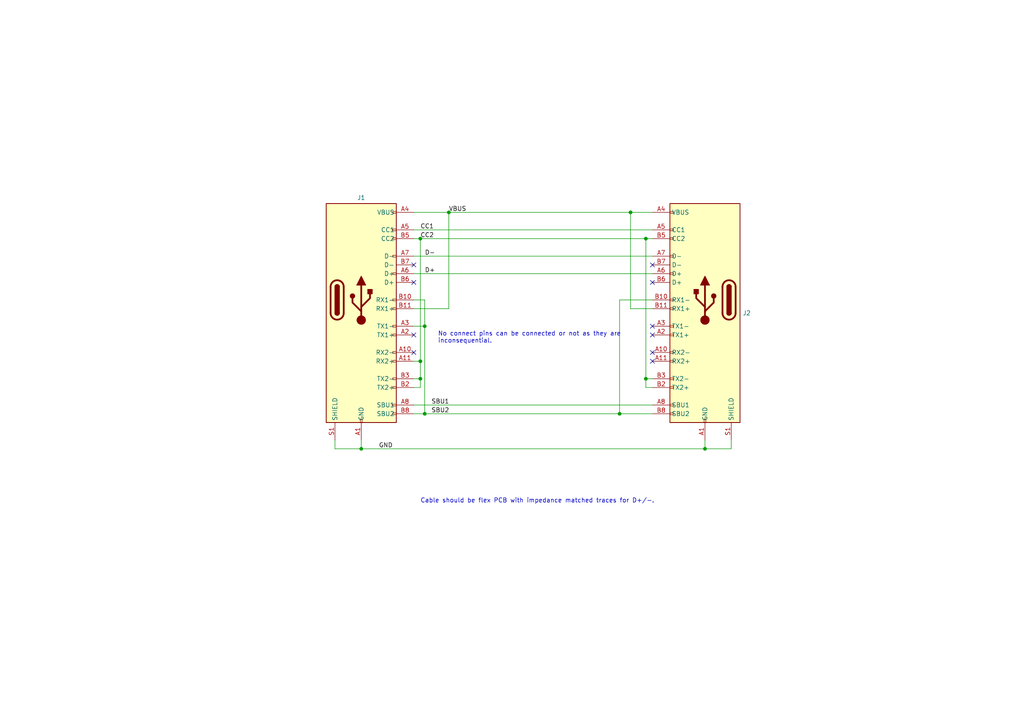
<source format=kicad_sch>
(kicad_sch (version 20230121) (generator eeschema)
  (paper "A4")
  (title_block (title "Eagle1 USB-C cable for Tycho") (date "${DATE}") (rev "${VERSION}") (company "Copyright 2023 Great Scott Gadgets") (comment 1 "Licensed under the CERN-OHL-P v2"))
  (lib_symbols
    (symbol "eagle1:USB-C_test"
      (property "Reference" "J" (at 0 0 0))
      (symbol "USB-C_test_0_0"
        (rectangle (start -0.254 -27.94) (end 0.254 -26.924))
        (rectangle (start 10.16 -25.146) (end 9.144 -25.654))
        (rectangle (start 10.16 -22.606) (end 9.144 -23.114))
        (rectangle (start 10.16 -17.526) (end 9.144 -18.034))
        (rectangle (start 10.16 -14.986) (end 9.144 -15.494))
        (rectangle (start 10.16 -9.906) (end 9.144 -10.414))
        (rectangle (start 10.16 -7.366) (end 9.144 -7.874))
        (rectangle (start 10.16 -2.286) (end 9.144 -2.794))
        (rectangle (start 10.16 0.254) (end 9.144 -0.254))
        (rectangle (start 10.16 5.334) (end 9.144 4.826))
        (rectangle (start 10.16 7.874) (end 9.144 7.366))
        (rectangle (start 10.16 15.494) (end 9.144 14.986))
        (rectangle (start 10.16 20.574) (end 9.144 20.066))
        (rectangle (start 10.16 25.654) (end 9.144 25.146))
        (rectangle (start 10.16 28.194) (end 9.144 27.686))
        (rectangle (start 10.16 33.274) (end 9.144 32.766))
      )
      (symbol "USB-C_test_0_1"
        (rectangle (start -10.16 35.56) (end 10.16 -27.94) (stroke (width 0.254)) (fill (type background)))
        (arc (start -8.89 3.81) (mid -6.985 1.9133) (end -5.08 3.81) (stroke (width 0.508)))
        (arc (start -7.62 3.81) (mid -6.985 3.1777) (end -6.35 3.81) (stroke (width 0.254)))
        (arc (start -7.62 3.81) (mid -6.985 3.1777) (end -6.35 3.81) (stroke (width 0.254)) (fill (type outline)))
        (rectangle (start -7.62 3.81) (end -6.35 11.43) (stroke (width 0.254)) (fill (type outline)))
        (arc (start -6.35 11.43) (mid -6.985 12.0623) (end -7.62 11.43) (stroke (width 0.254)))
        (arc (start -6.35 11.43) (mid -6.985 12.0623) (end -7.62 11.43) (stroke (width 0.254)) (fill (type outline)))
        (arc (start -5.08 11.43) (mid -6.985 13.3267) (end -8.89 11.43) (stroke (width 0.508)))
        (polyline (pts (xy -8.89 3.81) (xy -8.89 11.43)) (stroke (width 0.508)))
        (polyline (pts (xy -5.08 11.43) (xy -5.08 3.81)) (stroke (width 0.508)))
      )
      (symbol "USB-C_test_1_0"
        (pin passive line (at 15.24 12.7 180) (length 5.08) (name "D+") (number "B6"))
        (pin passive line (at 15.24 17.78 180) (length 5.08) (name "D-") (number "B7"))
      )
      (symbol "USB-C_test_1_1"
        (circle (center -2.54 8.763) (radius 0.635) (stroke (width 0.254)) (fill (type outline)))
        (polyline (pts (xy 0 1.778) (xy 0 11.938)) (stroke (width 0.508)))
        (polyline (pts (xy 0 4.318) (xy -2.54 6.858) (xy -2.54 8.128)) (stroke (width 0.508)))
        (polyline (pts (xy 0 5.588) (xy 2.54 8.128) (xy 2.54 9.398)) (stroke (width 0.508)))
        (polyline (pts (xy -1.27 11.938) (xy 0 14.478) (xy 1.27 11.938) (xy -1.27 11.938)) (stroke (width 0.254)) (fill (type outline)))
        (circle (center 0 1.778) (radius 1.27) (fill (type outline)))
        (rectangle (start 1.905 9.398) (end 3.175 10.668) (stroke (width 0.254)) (fill (type outline)))
        (pin passive line (at 0 -33.02 90) (length 5.08) (name "GND") (number "A1"))
        (pin bidirectional line (at 15.24 -7.62 180) (length 5.08) (name "RX2-") (number "A10"))
        (pin bidirectional line (at 15.24 -10.16 180) (length 5.08) (name "RX2+") (number "A11"))
        (pin passive line (at 0 -33.02 90) (length 5.08) hide (name "GND") (number "A12"))
        (pin bidirectional line (at 15.24 -2.54 180) (length 5.08) (name "TX1+") (number "A2"))
        (pin bidirectional line (at 15.24 0 180) (length 5.08) (name "TX1-") (number "A3"))
        (pin passive line (at 15.24 33.02 180) (length 5.08) (name "VBUS") (number "A4"))
        (pin bidirectional line (at 15.24 27.94 180) (length 5.08) (name "CC1") (number "A5"))
        (pin passive line (at 15.24 15.24 180) (length 5.08) (name "D+") (number "A6"))
        (pin passive line (at 15.24 20.32 180) (length 5.08) (name "D-") (number "A7"))
        (pin bidirectional line (at 15.24 -22.86 180) (length 5.08) (name "SBU1") (number "A8"))
        (pin passive line (at 15.24 33.02 180) (length 5.08) hide (name "VBUS") (number "A9"))
        (pin passive line (at 0 -33.02 90) (length 5.08) hide (name "GND") (number "B1"))
        (pin bidirectional line (at 15.24 7.62 180) (length 5.08) (name "RX1-") (number "B10"))
        (pin bidirectional line (at 15.24 5.08 180) (length 5.08) (name "RX1+") (number "B11"))
        (pin passive line (at 0 -33.02 90) (length 5.08) hide (name "GND") (number "B12"))
        (pin bidirectional line (at 15.24 -17.78 180) (length 5.08) (name "TX2+") (number "B2"))
        (pin bidirectional line (at 15.24 -15.24 180) (length 5.08) (name "TX2-") (number "B3"))
        (pin passive line (at 15.24 33.02 180) (length 5.08) hide (name "VBUS") (number "B4"))
        (pin bidirectional line (at 15.24 25.4 180) (length 5.08) (name "CC2") (number "B5"))
        (pin bidirectional line (at 15.24 -25.4 180) (length 5.08) (name "SBU2") (number "B8"))
        (pin passive line (at 15.24 33.02 180) (length 5.08) hide (name "VBUS") (number "B9"))
        (pin passive line (at -7.62 -33.02 90) (length 5.08) (name "SHIELD") (number "S1"))
      )
    )
  )
  (junction (at 104.775 130.175))
  (junction (at 187.325 109.855))
  (junction (at 204.47 130.175))
  (junction (at 187.325 69.215))
  (junction (at 130.175 61.595))
  (junction (at 182.88 61.595))
  (junction (at 121.92 109.855))
  (junction (at 123.19 120.015))
  (junction (at 123.19 94.615))
  (junction (at 179.705 120.015))
  (junction (at 121.92 104.775))
  (junction (at 121.92 69.215))
  (no_connect (at 120.015 76.835))
  (no_connect (at 189.23 102.235))
  (no_connect (at 189.23 81.915))
  (no_connect (at 120.015 102.235))
  (no_connect (at 120.015 97.155))
  (no_connect (at 120.015 81.915))
  (no_connect (at 189.23 104.775))
  (no_connect (at 189.23 97.155))
  (no_connect (at 189.23 76.835))
  (no_connect (at 189.23 94.615))
  (wire (pts (xy 187.325 109.855) (xy 187.325 112.395)))
  (wire (pts (xy 187.325 112.395) (xy 189.23 112.395)))
  (wire (pts (xy 179.705 120.015) (xy 189.23 120.015)))
  (wire (pts (xy 120.015 104.775) (xy 121.92 104.775)))
  (wire (pts (xy 120.015 120.015) (xy 123.19 120.015)))
  (wire (pts (xy 120.015 94.615) (xy 123.19 94.615)))
  (wire (pts (xy 121.92 109.855) (xy 121.92 112.395)))
  (wire (pts (xy 120.015 109.855) (xy 121.92 109.855)))
  (wire (pts (xy 179.705 86.995) (xy 189.23 86.995)))
  (wire (pts (xy 120.015 89.535) (xy 130.175 89.535)))
  (wire (pts (xy 130.175 61.595) (xy 182.88 61.595)))
  (wire (pts (xy 120.015 66.675) (xy 189.23 66.675)))
  (wire (pts (xy 204.47 130.175) (xy 204.47 127.635)))
  (wire (pts (xy 121.92 104.775) (xy 121.92 109.855)))
  (wire (pts (xy 120.015 79.375) (xy 189.23 79.375)))
  (wire (pts (xy 121.92 69.215) (xy 121.92 104.775)))
  (wire (pts (xy 120.015 61.595) (xy 130.175 61.595)))
  (wire (pts (xy 187.325 69.215) (xy 187.325 109.855)))
  (wire (pts (xy 120.015 74.295) (xy 189.23 74.295)))
  (wire (pts (xy 204.47 130.175) (xy 212.09 130.175)))
  (wire (pts (xy 121.92 69.215) (xy 187.325 69.215)))
  (wire (pts (xy 182.88 89.535) (xy 182.88 61.595)))
  (wire (pts (xy 104.775 130.175) (xy 204.47 130.175)))
  (wire (pts (xy 104.775 127.635) (xy 104.775 130.175)))
  (wire (pts (xy 97.155 127.635) (xy 97.155 130.175)))
  (wire (pts (xy 187.325 109.855) (xy 189.23 109.855)))
  (wire (pts (xy 123.19 86.995) (xy 123.19 94.615)))
  (wire (pts (xy 189.23 89.535) (xy 182.88 89.535)))
  (wire (pts (xy 187.325 69.215) (xy 189.23 69.215)))
  (wire (pts (xy 179.705 86.995) (xy 179.705 120.015)))
  (wire (pts (xy 121.92 112.395) (xy 120.015 112.395)))
  (wire (pts (xy 123.19 94.615) (xy 123.19 120.015)))
  (wire (pts (xy 130.175 61.595) (xy 130.175 89.535)))
  (wire (pts (xy 120.015 117.475) (xy 189.23 117.475)))
  (wire (pts (xy 120.015 69.215) (xy 121.92 69.215)))
  (wire (pts (xy 120.015 86.995) (xy 123.19 86.995)))
  (wire (pts (xy 212.09 130.175) (xy 212.09 127.635)))
  (wire (pts (xy 123.19 120.015) (xy 179.705 120.015)))
  (wire (pts (xy 182.88 61.595) (xy 189.23 61.595)))
  (wire (pts (xy 97.155 130.175) (xy 104.775 130.175)))
  (text "No connect pins can be connected or not as they are\ninconsequential.  " (at 127 99.695 0) (effects (font (size 1.27 1.27)) (justify left bottom)))
  (text "Cable should be flex PCB with impedance matched traces for D+/-." (at 121.92 146.05 0) (effects (font (size 1.27 1.27)) (justify left bottom)))
  (label "CC2" (at 121.92 69.215 0))
  (label "VBUS" (at 130.175 61.595 0))
  (label "SBU1" (at 125.095 117.475 0))
  (label "GND" (at 109.855 130.175 0))
  (label "SBU2" (at 125.095 120.015 0))
  (label "D-" (at 123.19 74.295 0))
  (label "D+" (at 123.19 79.375 0))
  (label "CC1" (at 121.92 66.675 0))
  (symbol (lib_id "eagle1:USB-C_test") (at 104.775 94.615 0) (unit 1)
    (property "Reference" "J1" (at 104.775 57.3349 0))
    (property "Value" "USB-C Plug" (effects hide))
    (property "Footprint" "tycho:U261-241N-4BC2LS" (effects hide))
    (property "Datasheet" "https://datasheet.lcsc.com/lcsc/2201121830_XKB-Connectivity-U261-241N-4BC2SS_C2938597.pdf" (effects hide))
    (property "Manufacturer" "XKB Connectivity" (effects hide))
    (property "Part Number" "U261-241N-4BC2LS" (effects hide))
    (property "Description" "5A USB 3.1 1 260℃ Sink board 24P male -40℃~+85℃ Gold Copper Alloy Type-C SMD USB Connectors ROHS" (effects hide))
  )
  (symbol (lib_id "eagle1:USB-C_test") (at 204.47 94.615 0) (mirror y) (unit 1)
    (property "Reference" "J2" (at 215.392 90.805 0) (effects (justify right)))
    (property "Value" "USB-C Plug" (effects hide))
    (property "Footprint" "tycho:U261-241N-4BC2LS" (effects hide))
    (property "Datasheet" "https://datasheet.lcsc.com/lcsc/2201121830_XKB-Connectivity-U261-241N-4BC2SS_C2938597.pdf" (effects hide))
    (property "Manufacturer" "XKB Connectivity" (effects hide))
    (property "Part Number" "U261-241N-4BC2LS" (effects hide))
    (property "Description" "5A USB 3.1 1 260℃ Sink board 24P male -40℃~+85℃ Gold Copper Alloy Type-C SMD USB Connectors ROHS" (effects hide))
  )
)
</source>
